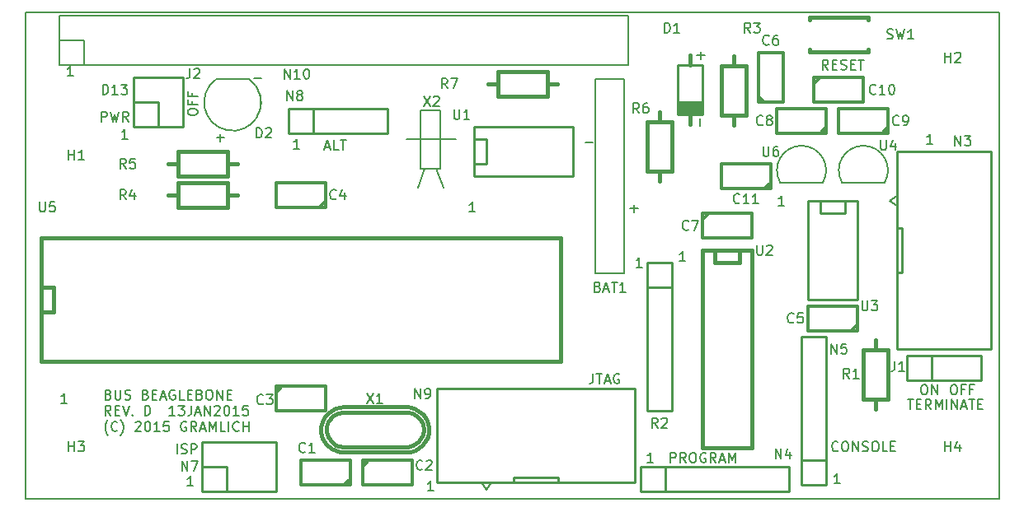
<source format=gto>
%FSLAX36Y36*%
G04 Gerber Fmt 3.6, Leading zero omitted, Abs format (unit inch)*
G04 Created by KiCad (PCBNEW (2014-jul-16 BZR unknown)-product) date Tue 13 Jan 2015 02:58:16 PM PST*
%MOIN*%
G01*
G04 APERTURE LIST*
%ADD10C,0.003937*%
%ADD11C,0.008000*%
%ADD12C,0.007874*%
%ADD13C,0.012000*%
%ADD14C,0.015000*%
%ADD15C,0.010000*%
%ADD16C,0.005906*%
G04 APERTURE END LIST*
D10*
D11*
X6199524Y-4462857D02*
X6230000Y-4462857D01*
X6382524Y-4729857D02*
X6413000Y-4729857D01*
X6397762Y-4745095D02*
X6397762Y-4714619D01*
X7503810Y-5503095D02*
X7526667Y-5503095D01*
X7515238Y-5543095D02*
X7515238Y-5503095D01*
X7540000Y-5522143D02*
X7553333Y-5522143D01*
X7559048Y-5543095D02*
X7540000Y-5543095D01*
X7540000Y-5503095D01*
X7559048Y-5503095D01*
X7599048Y-5543095D02*
X7585714Y-5524048D01*
X7576190Y-5543095D02*
X7576190Y-5503095D01*
X7591429Y-5503095D01*
X7595238Y-5505000D01*
X7597143Y-5506905D01*
X7599048Y-5510714D01*
X7599048Y-5516429D01*
X7597143Y-5520238D01*
X7595238Y-5522143D01*
X7591429Y-5524048D01*
X7576190Y-5524048D01*
X7616190Y-5543095D02*
X7616190Y-5503095D01*
X7629524Y-5531667D01*
X7642857Y-5503095D01*
X7642857Y-5543095D01*
X7661905Y-5543095D02*
X7661905Y-5503095D01*
X7680952Y-5543095D02*
X7680952Y-5503095D01*
X7703810Y-5543095D01*
X7703810Y-5503095D01*
X7720952Y-5531667D02*
X7740000Y-5531667D01*
X7717143Y-5543095D02*
X7730476Y-5503095D01*
X7743810Y-5543095D01*
X7751429Y-5503095D02*
X7774286Y-5503095D01*
X7762857Y-5543095D02*
X7762857Y-5503095D01*
X7787619Y-5522143D02*
X7800952Y-5522143D01*
X7806667Y-5543095D02*
X7787619Y-5543095D01*
X7787619Y-5503095D01*
X7806667Y-5503095D01*
X5045476Y-4488095D02*
X5022619Y-4488095D01*
X5034048Y-4488095D02*
X5034048Y-4448095D01*
X5030238Y-4453810D01*
X5026429Y-4457619D01*
X5022619Y-4459524D01*
X5147619Y-4481667D02*
X5166667Y-4481667D01*
X5143810Y-4493095D02*
X5157143Y-4453095D01*
X5170476Y-4493095D01*
X5202857Y-4493095D02*
X5183810Y-4493095D01*
X5183810Y-4453095D01*
X5210476Y-4453095D02*
X5233333Y-4453095D01*
X5221905Y-4493095D02*
X5221905Y-4453095D01*
X4593095Y-4342857D02*
X4593095Y-4335238D01*
X4595000Y-4331429D01*
X4598810Y-4327619D01*
X4606429Y-4325714D01*
X4619762Y-4325714D01*
X4627381Y-4327619D01*
X4631190Y-4331429D01*
X4633095Y-4335238D01*
X4633095Y-4342857D01*
X4631190Y-4346667D01*
X4627381Y-4350476D01*
X4619762Y-4352381D01*
X4606429Y-4352381D01*
X4598810Y-4350476D01*
X4595000Y-4346667D01*
X4593095Y-4342857D01*
X4612143Y-4295238D02*
X4612143Y-4308571D01*
X4633095Y-4308571D02*
X4593095Y-4308571D01*
X4593095Y-4289524D01*
X4612143Y-4260952D02*
X4612143Y-4274286D01*
X4633095Y-4274286D02*
X4593095Y-4274286D01*
X4593095Y-4255238D01*
X4249524Y-4268095D02*
X4249524Y-4228095D01*
X4259048Y-4228095D01*
X4264762Y-4230000D01*
X4268571Y-4233810D01*
X4270476Y-4237619D01*
X4272381Y-4245238D01*
X4272381Y-4250952D01*
X4270476Y-4258571D01*
X4268571Y-4262381D01*
X4264762Y-4266190D01*
X4259048Y-4268095D01*
X4249524Y-4268095D01*
X4310476Y-4268095D02*
X4287619Y-4268095D01*
X4299048Y-4268095D02*
X4299048Y-4228095D01*
X4295238Y-4233810D01*
X4291429Y-4237619D01*
X4287619Y-4239524D01*
X4323810Y-4228095D02*
X4348571Y-4228095D01*
X4335238Y-4243333D01*
X4340952Y-4243333D01*
X4344762Y-4245238D01*
X4346667Y-4247143D01*
X4348571Y-4250952D01*
X4348571Y-4260476D01*
X4346667Y-4264286D01*
X4344762Y-4266190D01*
X4340952Y-4268095D01*
X4329524Y-4268095D01*
X4325714Y-4266190D01*
X4323810Y-4264286D01*
X7005476Y-4718095D02*
X6982619Y-4718095D01*
X6994048Y-4718095D02*
X6994048Y-4678095D01*
X6990238Y-4683810D01*
X6986429Y-4687619D01*
X6982619Y-4689524D01*
X6430476Y-4968095D02*
X6407619Y-4968095D01*
X6419048Y-4968095D02*
X6419048Y-4928095D01*
X6415238Y-4933810D01*
X6411429Y-4937619D01*
X6407619Y-4939524D01*
X5586476Y-5873095D02*
X5563619Y-5873095D01*
X5575048Y-5873095D02*
X5575048Y-5833095D01*
X5571238Y-5838810D01*
X5567429Y-5842619D01*
X5563619Y-5844524D01*
X7605476Y-4468095D02*
X7582619Y-4468095D01*
X7594048Y-4468095D02*
X7594048Y-4428095D01*
X7590238Y-4433810D01*
X7586429Y-4437619D01*
X7582619Y-4439524D01*
X4615476Y-5853095D02*
X4592619Y-5853095D01*
X4604048Y-5853095D02*
X4604048Y-5813095D01*
X4600238Y-5818810D01*
X4596429Y-5822619D01*
X4592619Y-5824524D01*
X6475476Y-5758095D02*
X6452619Y-5758095D01*
X6464048Y-5758095D02*
X6464048Y-5718095D01*
X6460238Y-5723810D01*
X6456429Y-5727619D01*
X6452619Y-5729524D01*
X7567143Y-5443095D02*
X7574762Y-5443095D01*
X7578571Y-5445000D01*
X7582381Y-5448810D01*
X7584286Y-5456429D01*
X7584286Y-5469762D01*
X7582381Y-5477381D01*
X7578571Y-5481190D01*
X7574762Y-5483095D01*
X7567143Y-5483095D01*
X7563333Y-5481190D01*
X7559524Y-5477381D01*
X7557619Y-5469762D01*
X7557619Y-5456429D01*
X7559524Y-5448810D01*
X7563333Y-5445000D01*
X7567143Y-5443095D01*
X7601429Y-5483095D02*
X7601429Y-5443095D01*
X7624286Y-5483095D01*
X7624286Y-5443095D01*
X7687143Y-5443095D02*
X7694762Y-5443095D01*
X7698571Y-5445000D01*
X7702381Y-5448810D01*
X7704286Y-5456429D01*
X7704286Y-5469762D01*
X7702381Y-5477381D01*
X7698571Y-5481190D01*
X7694762Y-5483095D01*
X7687143Y-5483095D01*
X7683333Y-5481190D01*
X7679524Y-5477381D01*
X7677619Y-5469762D01*
X7677619Y-5456429D01*
X7679524Y-5448810D01*
X7683333Y-5445000D01*
X7687143Y-5443095D01*
X7734762Y-5462143D02*
X7721429Y-5462143D01*
X7721429Y-5483095D02*
X7721429Y-5443095D01*
X7740476Y-5443095D01*
X7769048Y-5462143D02*
X7755714Y-5462143D01*
X7755714Y-5483095D02*
X7755714Y-5443095D01*
X7774762Y-5443095D01*
X4130476Y-4193095D02*
X4107619Y-4193095D01*
X4119048Y-4193095D02*
X4119048Y-4153095D01*
X4115238Y-4158810D01*
X4111429Y-4162619D01*
X4107619Y-4164524D01*
X7230476Y-5843095D02*
X7207619Y-5843095D01*
X7219048Y-5843095D02*
X7219048Y-5803095D01*
X7215238Y-5808810D01*
X7211429Y-5812619D01*
X7207619Y-5814524D01*
X7182381Y-4168095D02*
X7169048Y-4149048D01*
X7159524Y-4168095D02*
X7159524Y-4128095D01*
X7174762Y-4128095D01*
X7178571Y-4130000D01*
X7180476Y-4131905D01*
X7182381Y-4135714D01*
X7182381Y-4141429D01*
X7180476Y-4145238D01*
X7178571Y-4147143D01*
X7174762Y-4149048D01*
X7159524Y-4149048D01*
X7199524Y-4147143D02*
X7212857Y-4147143D01*
X7218571Y-4168095D02*
X7199524Y-4168095D01*
X7199524Y-4128095D01*
X7218571Y-4128095D01*
X7233810Y-4166190D02*
X7239524Y-4168095D01*
X7249048Y-4168095D01*
X7252857Y-4166190D01*
X7254762Y-4164286D01*
X7256667Y-4160476D01*
X7256667Y-4156667D01*
X7254762Y-4152857D01*
X7252857Y-4150952D01*
X7249048Y-4149048D01*
X7241429Y-4147143D01*
X7237619Y-4145238D01*
X7235714Y-4143333D01*
X7233810Y-4139524D01*
X7233810Y-4135714D01*
X7235714Y-4131905D01*
X7237619Y-4130000D01*
X7241429Y-4128095D01*
X7250952Y-4128095D01*
X7256667Y-4130000D01*
X7273810Y-4147143D02*
X7287143Y-4147143D01*
X7292857Y-4168095D02*
X7273810Y-4168095D01*
X7273810Y-4128095D01*
X7292857Y-4128095D01*
X7304286Y-4128095D02*
X7327143Y-4128095D01*
X7315714Y-4168095D02*
X7315714Y-4128095D01*
D12*
X3937008Y-5905512D02*
X3937008Y-3937008D01*
X7874016Y-5905512D02*
X3937008Y-5905512D01*
X7874016Y-3937008D02*
X7874016Y-5905512D01*
X3937008Y-3937008D02*
X7874016Y-3937008D01*
D11*
X4244524Y-4378095D02*
X4244524Y-4338095D01*
X4259762Y-4338095D01*
X4263571Y-4340000D01*
X4265476Y-4341905D01*
X4267381Y-4345714D01*
X4267381Y-4351429D01*
X4265476Y-4355238D01*
X4263571Y-4357143D01*
X4259762Y-4359048D01*
X4244524Y-4359048D01*
X4280714Y-4338095D02*
X4290238Y-4378095D01*
X4297857Y-4349524D01*
X4305476Y-4378095D01*
X4315000Y-4338095D01*
X4353095Y-4378095D02*
X4339762Y-4359048D01*
X4330238Y-4378095D02*
X4330238Y-4338095D01*
X4345476Y-4338095D01*
X4349286Y-4340000D01*
X4351190Y-4341905D01*
X4353095Y-4345714D01*
X4353095Y-4351429D01*
X4351190Y-4355238D01*
X4349286Y-4357143D01*
X4345476Y-4359048D01*
X4330238Y-4359048D01*
X7222381Y-5709286D02*
X7220476Y-5711190D01*
X7214762Y-5713095D01*
X7210952Y-5713095D01*
X7205238Y-5711190D01*
X7201429Y-5707381D01*
X7199524Y-5703571D01*
X7197619Y-5695952D01*
X7197619Y-5690238D01*
X7199524Y-5682619D01*
X7201429Y-5678810D01*
X7205238Y-5675000D01*
X7210952Y-5673095D01*
X7214762Y-5673095D01*
X7220476Y-5675000D01*
X7222381Y-5676905D01*
X7247143Y-5673095D02*
X7254762Y-5673095D01*
X7258571Y-5675000D01*
X7262381Y-5678810D01*
X7264286Y-5686429D01*
X7264286Y-5699762D01*
X7262381Y-5707381D01*
X7258571Y-5711190D01*
X7254762Y-5713095D01*
X7247143Y-5713095D01*
X7243333Y-5711190D01*
X7239524Y-5707381D01*
X7237619Y-5699762D01*
X7237619Y-5686429D01*
X7239524Y-5678810D01*
X7243333Y-5675000D01*
X7247143Y-5673095D01*
X7281429Y-5713095D02*
X7281429Y-5673095D01*
X7304286Y-5713095D01*
X7304286Y-5673095D01*
X7321429Y-5711190D02*
X7327143Y-5713095D01*
X7336667Y-5713095D01*
X7340476Y-5711190D01*
X7342381Y-5709286D01*
X7344286Y-5705476D01*
X7344286Y-5701667D01*
X7342381Y-5697857D01*
X7340476Y-5695952D01*
X7336667Y-5694048D01*
X7329048Y-5692143D01*
X7325238Y-5690238D01*
X7323333Y-5688333D01*
X7321429Y-5684524D01*
X7321429Y-5680714D01*
X7323333Y-5676905D01*
X7325238Y-5675000D01*
X7329048Y-5673095D01*
X7338571Y-5673095D01*
X7344286Y-5675000D01*
X7369048Y-5673095D02*
X7376667Y-5673095D01*
X7380476Y-5675000D01*
X7384286Y-5678810D01*
X7386190Y-5686429D01*
X7386190Y-5699762D01*
X7384286Y-5707381D01*
X7380476Y-5711190D01*
X7376667Y-5713095D01*
X7369048Y-5713095D01*
X7365238Y-5711190D01*
X7361429Y-5707381D01*
X7359524Y-5699762D01*
X7359524Y-5686429D01*
X7361429Y-5678810D01*
X7365238Y-5675000D01*
X7369048Y-5673095D01*
X7422381Y-5713095D02*
X7403333Y-5713095D01*
X7403333Y-5673095D01*
X7435714Y-5692143D02*
X7449048Y-5692143D01*
X7454762Y-5713095D02*
X7435714Y-5713095D01*
X7435714Y-5673095D01*
X7454762Y-5673095D01*
X4549524Y-5723095D02*
X4549524Y-5683095D01*
X4566667Y-5721190D02*
X4572381Y-5723095D01*
X4581905Y-5723095D01*
X4585714Y-5721190D01*
X4587619Y-5719286D01*
X4589524Y-5715476D01*
X4589524Y-5711667D01*
X4587619Y-5707857D01*
X4585714Y-5705952D01*
X4581905Y-5704048D01*
X4574286Y-5702143D01*
X4570476Y-5700238D01*
X4568571Y-5698333D01*
X4566667Y-5694524D01*
X4566667Y-5690714D01*
X4568571Y-5686905D01*
X4570476Y-5685000D01*
X4574286Y-5683095D01*
X4583810Y-5683095D01*
X4589524Y-5685000D01*
X4606667Y-5723095D02*
X4606667Y-5683095D01*
X4621905Y-5683095D01*
X4625714Y-5685000D01*
X4627619Y-5686905D01*
X4629524Y-5690714D01*
X4629524Y-5696429D01*
X4627619Y-5700238D01*
X4625714Y-5702143D01*
X4621905Y-5704048D01*
X4606667Y-5704048D01*
X6232452Y-5399095D02*
X6232452Y-5427667D01*
X6230548Y-5433381D01*
X6226738Y-5437190D01*
X6221024Y-5439095D01*
X6217214Y-5439095D01*
X6245786Y-5399095D02*
X6268643Y-5399095D01*
X6257214Y-5439095D02*
X6257214Y-5399095D01*
X6280071Y-5427667D02*
X6299119Y-5427667D01*
X6276262Y-5439095D02*
X6289595Y-5399095D01*
X6302929Y-5439095D01*
X6337214Y-5401000D02*
X6333405Y-5399095D01*
X6327690Y-5399095D01*
X6321976Y-5401000D01*
X6318167Y-5404810D01*
X6316262Y-5408619D01*
X6314357Y-5416238D01*
X6314357Y-5421952D01*
X6316262Y-5429571D01*
X6318167Y-5433381D01*
X6321976Y-5437190D01*
X6327690Y-5439095D01*
X6331500Y-5439095D01*
X6337214Y-5437190D01*
X6339119Y-5435286D01*
X6339119Y-5421952D01*
X6331500Y-5421952D01*
X5755476Y-4743095D02*
X5732619Y-4743095D01*
X5744048Y-4743095D02*
X5744048Y-4703095D01*
X5740238Y-4708810D01*
X5736429Y-4712619D01*
X5732619Y-4714524D01*
X4350476Y-4448095D02*
X4327619Y-4448095D01*
X4339048Y-4448095D02*
X4339048Y-4408095D01*
X4335238Y-4413810D01*
X4331429Y-4417619D01*
X4327619Y-4419524D01*
X6605476Y-4943095D02*
X6582619Y-4943095D01*
X6594048Y-4943095D02*
X6594048Y-4903095D01*
X6590238Y-4908810D01*
X6586429Y-4912619D01*
X6582619Y-4914524D01*
X4105476Y-5518095D02*
X4082619Y-5518095D01*
X4094048Y-5518095D02*
X4094048Y-5478095D01*
X4090238Y-5483810D01*
X4086429Y-5487619D01*
X4082619Y-5489524D01*
X6544524Y-5759095D02*
X6544524Y-5719095D01*
X6559762Y-5719095D01*
X6563571Y-5721000D01*
X6565476Y-5722905D01*
X6567381Y-5726714D01*
X6567381Y-5732429D01*
X6565476Y-5736238D01*
X6563571Y-5738143D01*
X6559762Y-5740048D01*
X6544524Y-5740048D01*
X6607381Y-5759095D02*
X6594048Y-5740048D01*
X6584524Y-5759095D02*
X6584524Y-5719095D01*
X6599762Y-5719095D01*
X6603571Y-5721000D01*
X6605476Y-5722905D01*
X6607381Y-5726714D01*
X6607381Y-5732429D01*
X6605476Y-5736238D01*
X6603571Y-5738143D01*
X6599762Y-5740048D01*
X6584524Y-5740048D01*
X6632143Y-5719095D02*
X6639762Y-5719095D01*
X6643571Y-5721000D01*
X6647381Y-5724810D01*
X6649286Y-5732429D01*
X6649286Y-5745762D01*
X6647381Y-5753381D01*
X6643571Y-5757190D01*
X6639762Y-5759095D01*
X6632143Y-5759095D01*
X6628333Y-5757190D01*
X6624524Y-5753381D01*
X6622619Y-5745762D01*
X6622619Y-5732429D01*
X6624524Y-5724810D01*
X6628333Y-5721000D01*
X6632143Y-5719095D01*
X6687381Y-5721000D02*
X6683571Y-5719095D01*
X6677857Y-5719095D01*
X6672143Y-5721000D01*
X6668333Y-5724810D01*
X6666429Y-5728619D01*
X6664524Y-5736238D01*
X6664524Y-5741952D01*
X6666429Y-5749571D01*
X6668333Y-5753381D01*
X6672143Y-5757190D01*
X6677857Y-5759095D01*
X6681667Y-5759095D01*
X6687381Y-5757190D01*
X6689286Y-5755286D01*
X6689286Y-5741952D01*
X6681667Y-5741952D01*
X6729286Y-5759095D02*
X6715952Y-5740048D01*
X6706429Y-5759095D02*
X6706429Y-5719095D01*
X6721667Y-5719095D01*
X6725476Y-5721000D01*
X6727381Y-5722905D01*
X6729286Y-5726714D01*
X6729286Y-5732429D01*
X6727381Y-5736238D01*
X6725476Y-5738143D01*
X6721667Y-5740048D01*
X6706429Y-5740048D01*
X6744524Y-5747667D02*
X6763571Y-5747667D01*
X6740714Y-5759095D02*
X6754048Y-5719095D01*
X6767381Y-5759095D01*
X6780714Y-5759095D02*
X6780714Y-5719095D01*
X6794048Y-5747667D01*
X6807381Y-5719095D01*
X6807381Y-5759095D01*
X4272857Y-5483143D02*
X4278571Y-5485048D01*
X4280476Y-5486952D01*
X4282381Y-5490762D01*
X4282381Y-5496476D01*
X4280476Y-5500286D01*
X4278571Y-5502190D01*
X4274762Y-5504095D01*
X4259524Y-5504095D01*
X4259524Y-5464095D01*
X4272857Y-5464095D01*
X4276667Y-5466000D01*
X4278571Y-5467905D01*
X4280476Y-5471714D01*
X4280476Y-5475524D01*
X4278571Y-5479333D01*
X4276667Y-5481238D01*
X4272857Y-5483143D01*
X4259524Y-5483143D01*
X4299524Y-5464095D02*
X4299524Y-5496476D01*
X4301429Y-5500286D01*
X4303333Y-5502190D01*
X4307143Y-5504095D01*
X4314762Y-5504095D01*
X4318571Y-5502190D01*
X4320476Y-5500286D01*
X4322381Y-5496476D01*
X4322381Y-5464095D01*
X4339524Y-5502190D02*
X4345238Y-5504095D01*
X4354762Y-5504095D01*
X4358571Y-5502190D01*
X4360476Y-5500286D01*
X4362381Y-5496476D01*
X4362381Y-5492667D01*
X4360476Y-5488857D01*
X4358571Y-5486952D01*
X4354762Y-5485048D01*
X4347143Y-5483143D01*
X4343333Y-5481238D01*
X4341429Y-5479333D01*
X4339524Y-5475524D01*
X4339524Y-5471714D01*
X4341429Y-5467905D01*
X4343333Y-5466000D01*
X4347143Y-5464095D01*
X4356667Y-5464095D01*
X4362381Y-5466000D01*
X4423333Y-5483143D02*
X4429048Y-5485048D01*
X4430952Y-5486952D01*
X4432857Y-5490762D01*
X4432857Y-5496476D01*
X4430952Y-5500286D01*
X4429048Y-5502190D01*
X4425238Y-5504095D01*
X4410000Y-5504095D01*
X4410000Y-5464095D01*
X4423333Y-5464095D01*
X4427143Y-5466000D01*
X4429048Y-5467905D01*
X4430952Y-5471714D01*
X4430952Y-5475524D01*
X4429048Y-5479333D01*
X4427143Y-5481238D01*
X4423333Y-5483143D01*
X4410000Y-5483143D01*
X4450000Y-5483143D02*
X4463333Y-5483143D01*
X4469048Y-5504095D02*
X4450000Y-5504095D01*
X4450000Y-5464095D01*
X4469048Y-5464095D01*
X4484286Y-5492667D02*
X4503333Y-5492667D01*
X4480476Y-5504095D02*
X4493810Y-5464095D01*
X4507143Y-5504095D01*
X4541429Y-5466000D02*
X4537619Y-5464095D01*
X4531905Y-5464095D01*
X4526190Y-5466000D01*
X4522381Y-5469810D01*
X4520476Y-5473619D01*
X4518571Y-5481238D01*
X4518571Y-5486952D01*
X4520476Y-5494571D01*
X4522381Y-5498381D01*
X4526190Y-5502190D01*
X4531905Y-5504095D01*
X4535714Y-5504095D01*
X4541429Y-5502190D01*
X4543333Y-5500286D01*
X4543333Y-5486952D01*
X4535714Y-5486952D01*
X4579524Y-5504095D02*
X4560476Y-5504095D01*
X4560476Y-5464095D01*
X4592857Y-5483143D02*
X4606190Y-5483143D01*
X4611905Y-5504095D02*
X4592857Y-5504095D01*
X4592857Y-5464095D01*
X4611905Y-5464095D01*
X4642381Y-5483143D02*
X4648095Y-5485048D01*
X4650000Y-5486952D01*
X4651905Y-5490762D01*
X4651905Y-5496476D01*
X4650000Y-5500286D01*
X4648095Y-5502190D01*
X4644286Y-5504095D01*
X4629048Y-5504095D01*
X4629048Y-5464095D01*
X4642381Y-5464095D01*
X4646190Y-5466000D01*
X4648095Y-5467905D01*
X4650000Y-5471714D01*
X4650000Y-5475524D01*
X4648095Y-5479333D01*
X4646190Y-5481238D01*
X4642381Y-5483143D01*
X4629048Y-5483143D01*
X4676667Y-5464095D02*
X4684286Y-5464095D01*
X4688095Y-5466000D01*
X4691905Y-5469810D01*
X4693809Y-5477429D01*
X4693809Y-5490762D01*
X4691905Y-5498381D01*
X4688095Y-5502190D01*
X4684286Y-5504095D01*
X4676667Y-5504095D01*
X4672857Y-5502190D01*
X4669048Y-5498381D01*
X4667143Y-5490762D01*
X4667143Y-5477429D01*
X4669048Y-5469810D01*
X4672857Y-5466000D01*
X4676667Y-5464095D01*
X4710952Y-5504095D02*
X4710952Y-5464095D01*
X4733809Y-5504095D01*
X4733809Y-5464095D01*
X4752857Y-5483143D02*
X4766190Y-5483143D01*
X4771905Y-5504095D02*
X4752857Y-5504095D01*
X4752857Y-5464095D01*
X4771905Y-5464095D01*
X4282381Y-5568095D02*
X4269048Y-5549048D01*
X4259524Y-5568095D02*
X4259524Y-5528095D01*
X4274762Y-5528095D01*
X4278571Y-5530000D01*
X4280476Y-5531905D01*
X4282381Y-5535714D01*
X4282381Y-5541429D01*
X4280476Y-5545238D01*
X4278571Y-5547143D01*
X4274762Y-5549048D01*
X4259524Y-5549048D01*
X4299524Y-5547143D02*
X4312857Y-5547143D01*
X4318571Y-5568095D02*
X4299524Y-5568095D01*
X4299524Y-5528095D01*
X4318571Y-5528095D01*
X4330000Y-5528095D02*
X4343333Y-5568095D01*
X4356667Y-5528095D01*
X4370000Y-5564286D02*
X4371905Y-5566190D01*
X4370000Y-5568095D01*
X4368095Y-5566190D01*
X4370000Y-5564286D01*
X4370000Y-5568095D01*
X4419524Y-5568095D02*
X4419524Y-5528095D01*
X4429048Y-5528095D01*
X4434762Y-5530000D01*
X4438571Y-5533810D01*
X4440476Y-5537619D01*
X4442381Y-5545238D01*
X4442381Y-5550952D01*
X4440476Y-5558571D01*
X4438571Y-5562381D01*
X4434762Y-5566190D01*
X4429048Y-5568095D01*
X4419524Y-5568095D01*
X4541429Y-5568095D02*
X4518571Y-5568095D01*
X4530000Y-5568095D02*
X4530000Y-5528095D01*
X4526190Y-5533810D01*
X4522381Y-5537619D01*
X4518571Y-5539524D01*
X4554762Y-5528095D02*
X4579524Y-5528095D01*
X4566190Y-5543333D01*
X4571905Y-5543333D01*
X4575714Y-5545238D01*
X4577619Y-5547143D01*
X4579524Y-5550952D01*
X4579524Y-5560476D01*
X4577619Y-5564286D01*
X4575714Y-5566190D01*
X4571905Y-5568095D01*
X4560476Y-5568095D01*
X4556667Y-5566190D01*
X4554762Y-5564286D01*
X4608095Y-5528095D02*
X4608095Y-5556667D01*
X4606190Y-5562381D01*
X4602381Y-5566190D01*
X4596667Y-5568095D01*
X4592857Y-5568095D01*
X4625238Y-5556667D02*
X4644286Y-5556667D01*
X4621429Y-5568095D02*
X4634762Y-5528095D01*
X4648095Y-5568095D01*
X4661429Y-5568095D02*
X4661429Y-5528095D01*
X4684286Y-5568095D01*
X4684286Y-5528095D01*
X4701429Y-5531905D02*
X4703333Y-5530000D01*
X4707143Y-5528095D01*
X4716667Y-5528095D01*
X4720476Y-5530000D01*
X4722381Y-5531905D01*
X4724286Y-5535714D01*
X4724286Y-5539524D01*
X4722381Y-5545238D01*
X4699524Y-5568095D01*
X4724286Y-5568095D01*
X4749048Y-5528095D02*
X4752857Y-5528095D01*
X4756667Y-5530000D01*
X4758571Y-5531905D01*
X4760476Y-5535714D01*
X4762381Y-5543333D01*
X4762381Y-5552857D01*
X4760476Y-5560476D01*
X4758571Y-5564286D01*
X4756667Y-5566190D01*
X4752857Y-5568095D01*
X4749048Y-5568095D01*
X4745238Y-5566190D01*
X4743333Y-5564286D01*
X4741429Y-5560476D01*
X4739524Y-5552857D01*
X4739524Y-5543333D01*
X4741429Y-5535714D01*
X4743333Y-5531905D01*
X4745238Y-5530000D01*
X4749048Y-5528095D01*
X4800476Y-5568095D02*
X4777619Y-5568095D01*
X4789048Y-5568095D02*
X4789048Y-5528095D01*
X4785238Y-5533810D01*
X4781429Y-5537619D01*
X4777619Y-5539524D01*
X4836667Y-5528095D02*
X4817619Y-5528095D01*
X4815714Y-5547143D01*
X4817619Y-5545238D01*
X4821429Y-5543333D01*
X4830952Y-5543333D01*
X4834762Y-5545238D01*
X4836667Y-5547143D01*
X4838571Y-5550952D01*
X4838571Y-5560476D01*
X4836667Y-5564286D01*
X4834762Y-5566190D01*
X4830952Y-5568095D01*
X4821429Y-5568095D01*
X4817619Y-5566190D01*
X4815714Y-5564286D01*
X4270952Y-5647333D02*
X4269048Y-5645429D01*
X4265238Y-5639714D01*
X4263333Y-5635905D01*
X4261429Y-5630190D01*
X4259524Y-5620667D01*
X4259524Y-5613048D01*
X4261429Y-5603524D01*
X4263333Y-5597810D01*
X4265238Y-5594000D01*
X4269048Y-5588286D01*
X4270952Y-5586381D01*
X4309048Y-5628286D02*
X4307143Y-5630190D01*
X4301429Y-5632095D01*
X4297619Y-5632095D01*
X4291905Y-5630190D01*
X4288095Y-5626381D01*
X4286190Y-5622571D01*
X4284286Y-5614952D01*
X4284286Y-5609238D01*
X4286190Y-5601619D01*
X4288095Y-5597810D01*
X4291905Y-5594000D01*
X4297619Y-5592095D01*
X4301429Y-5592095D01*
X4307143Y-5594000D01*
X4309048Y-5595905D01*
X4322381Y-5647333D02*
X4324286Y-5645429D01*
X4328095Y-5639714D01*
X4330000Y-5635905D01*
X4331905Y-5630190D01*
X4333810Y-5620667D01*
X4333810Y-5613048D01*
X4331905Y-5603524D01*
X4330000Y-5597810D01*
X4328095Y-5594000D01*
X4324286Y-5588286D01*
X4322381Y-5586381D01*
X4381429Y-5595905D02*
X4383333Y-5594000D01*
X4387143Y-5592095D01*
X4396667Y-5592095D01*
X4400476Y-5594000D01*
X4402381Y-5595905D01*
X4404286Y-5599714D01*
X4404286Y-5603524D01*
X4402381Y-5609238D01*
X4379524Y-5632095D01*
X4404286Y-5632095D01*
X4429048Y-5592095D02*
X4432857Y-5592095D01*
X4436667Y-5594000D01*
X4438571Y-5595905D01*
X4440476Y-5599714D01*
X4442381Y-5607333D01*
X4442381Y-5616857D01*
X4440476Y-5624476D01*
X4438571Y-5628286D01*
X4436667Y-5630190D01*
X4432857Y-5632095D01*
X4429048Y-5632095D01*
X4425238Y-5630190D01*
X4423333Y-5628286D01*
X4421429Y-5624476D01*
X4419524Y-5616857D01*
X4419524Y-5607333D01*
X4421429Y-5599714D01*
X4423333Y-5595905D01*
X4425238Y-5594000D01*
X4429048Y-5592095D01*
X4480476Y-5632095D02*
X4457619Y-5632095D01*
X4469048Y-5632095D02*
X4469048Y-5592095D01*
X4465238Y-5597810D01*
X4461429Y-5601619D01*
X4457619Y-5603524D01*
X4516667Y-5592095D02*
X4497619Y-5592095D01*
X4495714Y-5611143D01*
X4497619Y-5609238D01*
X4501429Y-5607333D01*
X4510952Y-5607333D01*
X4514762Y-5609238D01*
X4516667Y-5611143D01*
X4518571Y-5614952D01*
X4518571Y-5624476D01*
X4516667Y-5628286D01*
X4514762Y-5630190D01*
X4510952Y-5632095D01*
X4501429Y-5632095D01*
X4497619Y-5630190D01*
X4495714Y-5628286D01*
X4587143Y-5594000D02*
X4583333Y-5592095D01*
X4577619Y-5592095D01*
X4571905Y-5594000D01*
X4568095Y-5597810D01*
X4566190Y-5601619D01*
X4564286Y-5609238D01*
X4564286Y-5614952D01*
X4566190Y-5622571D01*
X4568095Y-5626381D01*
X4571905Y-5630190D01*
X4577619Y-5632095D01*
X4581429Y-5632095D01*
X4587143Y-5630190D01*
X4589048Y-5628286D01*
X4589048Y-5614952D01*
X4581429Y-5614952D01*
X4629048Y-5632095D02*
X4615714Y-5613048D01*
X4606190Y-5632095D02*
X4606190Y-5592095D01*
X4621429Y-5592095D01*
X4625238Y-5594000D01*
X4627143Y-5595905D01*
X4629048Y-5599714D01*
X4629048Y-5605429D01*
X4627143Y-5609238D01*
X4625238Y-5611143D01*
X4621429Y-5613048D01*
X4606190Y-5613048D01*
X4644286Y-5620667D02*
X4663333Y-5620667D01*
X4640476Y-5632095D02*
X4653809Y-5592095D01*
X4667143Y-5632095D01*
X4680476Y-5632095D02*
X4680476Y-5592095D01*
X4693809Y-5620667D01*
X4707143Y-5592095D01*
X4707143Y-5632095D01*
X4745238Y-5632095D02*
X4726190Y-5632095D01*
X4726190Y-5592095D01*
X4758571Y-5632095D02*
X4758571Y-5592095D01*
X4800476Y-5628286D02*
X4798571Y-5630190D01*
X4792857Y-5632095D01*
X4789048Y-5632095D01*
X4783333Y-5630190D01*
X4779524Y-5626381D01*
X4777619Y-5622571D01*
X4775714Y-5614952D01*
X4775714Y-5609238D01*
X4777619Y-5601619D01*
X4779524Y-5597810D01*
X4783333Y-5594000D01*
X4789048Y-5592095D01*
X4792857Y-5592095D01*
X4798571Y-5594000D01*
X4800476Y-5595905D01*
X4817619Y-5632095D02*
X4817619Y-5592095D01*
X4817619Y-5611143D02*
X4840476Y-5611143D01*
X4840476Y-5632095D02*
X4840476Y-5592095D01*
D13*
X5248000Y-5850000D02*
X5050000Y-5850000D01*
X5050000Y-5850000D02*
X5050000Y-5750000D01*
X5050000Y-5750000D02*
X5250000Y-5750000D01*
X5250000Y-5750000D02*
X5250000Y-5850000D01*
X5250000Y-5825000D02*
X5225000Y-5850000D01*
X5302000Y-5750000D02*
X5500000Y-5750000D01*
X5500000Y-5750000D02*
X5500000Y-5850000D01*
X5500000Y-5850000D02*
X5300000Y-5850000D01*
X5300000Y-5850000D02*
X5300000Y-5750000D01*
X5300000Y-5775000D02*
X5325000Y-5750000D01*
X4952000Y-5450000D02*
X5150000Y-5450000D01*
X5150000Y-5450000D02*
X5150000Y-5550000D01*
X5150000Y-5550000D02*
X4950000Y-5550000D01*
X4950000Y-5550000D02*
X4950000Y-5450000D01*
X4950000Y-5475000D02*
X4975000Y-5450000D01*
X5148000Y-4725000D02*
X4950000Y-4725000D01*
X4950000Y-4725000D02*
X4950000Y-4625000D01*
X4950000Y-4625000D02*
X5150000Y-4625000D01*
X5150000Y-4625000D02*
X5150000Y-4725000D01*
X5150000Y-4700000D02*
X5125000Y-4725000D01*
X7298000Y-5225000D02*
X7100000Y-5225000D01*
X7100000Y-5225000D02*
X7100000Y-5125000D01*
X7100000Y-5125000D02*
X7300000Y-5125000D01*
X7300000Y-5125000D02*
X7300000Y-5225000D01*
X7300000Y-5200000D02*
X7275000Y-5225000D01*
X6900000Y-4298000D02*
X6900000Y-4100000D01*
X6900000Y-4100000D02*
X7000000Y-4100000D01*
X7000000Y-4100000D02*
X7000000Y-4300000D01*
X7000000Y-4300000D02*
X6900000Y-4300000D01*
X6925000Y-4300000D02*
X6900000Y-4275000D01*
X6677000Y-4750000D02*
X6875000Y-4750000D01*
X6875000Y-4750000D02*
X6875000Y-4850000D01*
X6875000Y-4850000D02*
X6675000Y-4850000D01*
X6675000Y-4850000D02*
X6675000Y-4750000D01*
X6675000Y-4775000D02*
X6700000Y-4750000D01*
X7173000Y-4425000D02*
X6975000Y-4425000D01*
X6975000Y-4425000D02*
X6975000Y-4325000D01*
X6975000Y-4325000D02*
X7175000Y-4325000D01*
X7175000Y-4325000D02*
X7175000Y-4425000D01*
X7175000Y-4400000D02*
X7150000Y-4425000D01*
D14*
X6625000Y-4150000D02*
X6625000Y-4110000D01*
X6625000Y-4340000D02*
X6625000Y-4390000D01*
D15*
X6675000Y-4330000D02*
X6575000Y-4330000D01*
X6675000Y-4320000D02*
X6575000Y-4320000D01*
X6675000Y-4310000D02*
X6575000Y-4310000D01*
X6675000Y-4340000D02*
X6575000Y-4340000D01*
X6675000Y-4300000D02*
X6575000Y-4350000D01*
X6675000Y-4350000D02*
X6575000Y-4300000D01*
X6675000Y-4300000D02*
X6575000Y-4300000D01*
X6675000Y-4325000D02*
X6575000Y-4325000D01*
X6575000Y-4350000D02*
X6675000Y-4350000D01*
X6675000Y-4350000D02*
X6675000Y-4150000D01*
X6675000Y-4150000D02*
X6575000Y-4150000D01*
X6575000Y-4150000D02*
X6575000Y-4350000D01*
D16*
X4870000Y-4365000D02*
G75*
G03X4840000Y-4205000I-95000J65000D01*
G74*
G01*
X4840000Y-4205000D02*
X4710000Y-4205000D01*
X4710000Y-4205000D02*
G75*
G03X4870000Y-4235000I65000J-95000D01*
G74*
G01*
D15*
X7600000Y-5425000D02*
X7800000Y-5425000D01*
X7800000Y-5425000D02*
X7800000Y-5325000D01*
X7800000Y-5325000D02*
X7600000Y-5325000D01*
X7500000Y-5325000D02*
X7600000Y-5325000D01*
X7600000Y-5325000D02*
X7600000Y-5425000D01*
X7500000Y-5325000D02*
X7500000Y-5425000D01*
X7500000Y-5425000D02*
X7600000Y-5425000D01*
X4375000Y-4300000D02*
X4375000Y-4400000D01*
X4375000Y-4400000D02*
X4475000Y-4400000D01*
X4475000Y-4400000D02*
X4475000Y-4300000D01*
X4475000Y-4300000D02*
X4375000Y-4300000D01*
X4375000Y-4300000D02*
X4375000Y-4200000D01*
X4375000Y-4200000D02*
X4575000Y-4200000D01*
X4575000Y-4200000D02*
X4575000Y-4400000D01*
X4575000Y-4400000D02*
X4475000Y-4400000D01*
D16*
X7430000Y-4700000D02*
X7460000Y-4680000D01*
X7430000Y-4700000D02*
X7460000Y-4720000D01*
D15*
X7460000Y-4990000D02*
X7480000Y-4990000D01*
X7480000Y-4990000D02*
X7480000Y-4810000D01*
X7480000Y-4810000D02*
X7460000Y-4810000D01*
X7840000Y-4500000D02*
X7840000Y-5300000D01*
X7840000Y-5300000D02*
X7460000Y-5300000D01*
X7460000Y-5300000D02*
X7460000Y-4500000D01*
X7460000Y-4500000D02*
X7840000Y-4500000D01*
X6525000Y-5775000D02*
X7025000Y-5775000D01*
X7025000Y-5775000D02*
X7025000Y-5875000D01*
X7025000Y-5875000D02*
X6525000Y-5875000D01*
X6425000Y-5775000D02*
X6525000Y-5775000D01*
X6525000Y-5775000D02*
X6525000Y-5875000D01*
X6425000Y-5775000D02*
X6425000Y-5875000D01*
X6425000Y-5875000D02*
X6525000Y-5875000D01*
X7075000Y-5750000D02*
X7075000Y-5250000D01*
X7075000Y-5250000D02*
X7175000Y-5250000D01*
X7175000Y-5250000D02*
X7175000Y-5750000D01*
X7075000Y-5850000D02*
X7075000Y-5750000D01*
X7075000Y-5750000D02*
X7175000Y-5750000D01*
X7075000Y-5850000D02*
X7175000Y-5850000D01*
X7175000Y-5850000D02*
X7175000Y-5750000D01*
X4650000Y-5775000D02*
X4750000Y-5775000D01*
X4750000Y-5775000D02*
X4750000Y-5875000D01*
X4650000Y-5875000D02*
X4950000Y-5875000D01*
X4950000Y-5875000D02*
X4950000Y-5675000D01*
X4950000Y-5675000D02*
X4750000Y-5675000D01*
X4650000Y-5875000D02*
X4650000Y-5775000D01*
X4650000Y-5675000D02*
X4650000Y-5775000D01*
X4750000Y-5675000D02*
X4650000Y-5675000D01*
X5100000Y-4425000D02*
X5400000Y-4425000D01*
X5100000Y-4325000D02*
X5400000Y-4325000D01*
X5000000Y-4325000D02*
X5100000Y-4325000D01*
X5400000Y-4425000D02*
X5400000Y-4325000D01*
X5100000Y-4325000D02*
X5100000Y-4425000D01*
X5000000Y-4325000D02*
X5000000Y-4425000D01*
X5000000Y-4425000D02*
X5100000Y-4425000D01*
D16*
X5800000Y-5870000D02*
X5780000Y-5840000D01*
X5800000Y-5870000D02*
X5820000Y-5840000D01*
D15*
X6090000Y-5840000D02*
X6090000Y-5820000D01*
X6090000Y-5820000D02*
X5910000Y-5820000D01*
X5910000Y-5820000D02*
X5910000Y-5840000D01*
X5600000Y-5460000D02*
X6400000Y-5460000D01*
X6400000Y-5460000D02*
X6400000Y-5840000D01*
X6400000Y-5840000D02*
X5600000Y-5840000D01*
X5600000Y-5840000D02*
X5600000Y-5460000D01*
D16*
X6375000Y-3950000D02*
X4075000Y-3950000D01*
X6375000Y-4150000D02*
X4175000Y-4150000D01*
X6375000Y-3950000D02*
X6375000Y-4150000D01*
X4075000Y-3950000D02*
X4075000Y-4050000D01*
X4075000Y-4150000D02*
X4175000Y-4150000D01*
X4075000Y-4050000D02*
X4175000Y-4050000D01*
X4175000Y-4050000D02*
X4175000Y-4150000D01*
X4075000Y-4150000D02*
X4075000Y-4050000D01*
D14*
X6800000Y-4153100D02*
X6800000Y-4113100D01*
X6800000Y-4353100D02*
X6800000Y-4393100D01*
X6850000Y-4153100D02*
X6850000Y-4353100D01*
X6850000Y-4353100D02*
X6750000Y-4353100D01*
X6750000Y-4353100D02*
X6750000Y-4153100D01*
X6750000Y-4153100D02*
X6850000Y-4153100D01*
X4553100Y-4675000D02*
X4513100Y-4675000D01*
X4753100Y-4675000D02*
X4793100Y-4675000D01*
X4553100Y-4625000D02*
X4753100Y-4625000D01*
X4753100Y-4625000D02*
X4753100Y-4725000D01*
X4753100Y-4725000D02*
X4553100Y-4725000D01*
X4553100Y-4725000D02*
X4553100Y-4625000D01*
X4553100Y-4550000D02*
X4513100Y-4550000D01*
X4753100Y-4550000D02*
X4793100Y-4550000D01*
X4553100Y-4500000D02*
X4753100Y-4500000D01*
X4753100Y-4500000D02*
X4753100Y-4600000D01*
X4753100Y-4600000D02*
X4553100Y-4600000D01*
X4553100Y-4600000D02*
X4553100Y-4500000D01*
X6500000Y-4378100D02*
X6500000Y-4338100D01*
X6500000Y-4578100D02*
X6500000Y-4618100D01*
X6550000Y-4378100D02*
X6550000Y-4578100D01*
X6550000Y-4578100D02*
X6450000Y-4578100D01*
X6450000Y-4578100D02*
X6450000Y-4378100D01*
X6450000Y-4378100D02*
X6550000Y-4378100D01*
X7106900Y-3956100D02*
X7106900Y-3965900D01*
X7343100Y-3956100D02*
X7343100Y-3965900D01*
X7106900Y-4093900D02*
X7106900Y-4084100D01*
X7343100Y-4093900D02*
X7343100Y-4084100D01*
X7343100Y-3956100D02*
X7106900Y-3956100D01*
X7343100Y-4093900D02*
X7106900Y-4093900D01*
X5535000Y-5585600D02*
X5542900Y-5601400D01*
X5542900Y-5601400D02*
X5546900Y-5625000D01*
X5546900Y-5625000D02*
X5542900Y-5644700D01*
X5542900Y-5644700D02*
X5527200Y-5672200D01*
X5527200Y-5672200D02*
X5503500Y-5688000D01*
X5503500Y-5688000D02*
X5479900Y-5695900D01*
X5479900Y-5695900D02*
X5220100Y-5695900D01*
X5220100Y-5695900D02*
X5192500Y-5688000D01*
X5192500Y-5688000D02*
X5176800Y-5676200D01*
X5176800Y-5676200D02*
X5161000Y-5656500D01*
X5161000Y-5656500D02*
X5153100Y-5632900D01*
X5153100Y-5632900D02*
X5153100Y-5613200D01*
X5153100Y-5613200D02*
X5161000Y-5593500D01*
X5161000Y-5593500D02*
X5180700Y-5569900D01*
X5180700Y-5569900D02*
X5200400Y-5558100D01*
X5200400Y-5558100D02*
X5220100Y-5554100D01*
X5224000Y-5554100D02*
X5483900Y-5554100D01*
X5483900Y-5554100D02*
X5499600Y-5558100D01*
X5499600Y-5558100D02*
X5519300Y-5569900D01*
X5519300Y-5569900D02*
X5539000Y-5589600D01*
X5224400Y-5533300D02*
X5206300Y-5535200D01*
X5206300Y-5535200D02*
X5190600Y-5539600D01*
X5190600Y-5539600D02*
X5173600Y-5548200D01*
X5173600Y-5548200D02*
X5162200Y-5557300D01*
X5162200Y-5557300D02*
X5149200Y-5571100D01*
X5149200Y-5571100D02*
X5137800Y-5592300D01*
X5137800Y-5592300D02*
X5132700Y-5615900D01*
X5132700Y-5615900D02*
X5132700Y-5636000D01*
X5132700Y-5636000D02*
X5139400Y-5663600D01*
X5139400Y-5663600D02*
X5155100Y-5686800D01*
X5155100Y-5686800D02*
X5173200Y-5701400D01*
X5173200Y-5701400D02*
X5189800Y-5709600D01*
X5189800Y-5709600D02*
X5207500Y-5715900D01*
X5207500Y-5715900D02*
X5224800Y-5717100D01*
X5513800Y-5708500D02*
X5528700Y-5699800D01*
X5528700Y-5699800D02*
X5541300Y-5688800D01*
X5541300Y-5688800D02*
X5551200Y-5675800D01*
X5551200Y-5675800D02*
X5563000Y-5654100D01*
X5563000Y-5654100D02*
X5567300Y-5635600D01*
X5567300Y-5635600D02*
X5568100Y-5617500D01*
X5568100Y-5617500D02*
X5564600Y-5599400D01*
X5564600Y-5599400D02*
X5557100Y-5581700D01*
X5557100Y-5581700D02*
X5542900Y-5563200D01*
X5542900Y-5563200D02*
X5529100Y-5550600D01*
X5529100Y-5550600D02*
X5513800Y-5541500D01*
X5513800Y-5541500D02*
X5496900Y-5536000D01*
X5496900Y-5536000D02*
X5479500Y-5533300D01*
X5224000Y-5716700D02*
X5478000Y-5716700D01*
X5478000Y-5716700D02*
X5494500Y-5715200D01*
X5494500Y-5715200D02*
X5513800Y-5708500D01*
X5224000Y-5533300D02*
X5478000Y-5533300D01*
X6046900Y-4225000D02*
X6086900Y-4225000D01*
X5846900Y-4225000D02*
X5806900Y-4225000D01*
X6046900Y-4275000D02*
X5846900Y-4275000D01*
X5846900Y-4275000D02*
X5846900Y-4175000D01*
X5846900Y-4175000D02*
X6046900Y-4175000D01*
X6046900Y-4175000D02*
X6046900Y-4275000D01*
D16*
X5677362Y-4450000D02*
X5476575Y-4450000D01*
X5551378Y-4568110D02*
X5523819Y-4646850D01*
X5598622Y-4568110D02*
X5626181Y-4646850D01*
X5614370Y-4331890D02*
X5614370Y-4568110D01*
X5614370Y-4568110D02*
X5535630Y-4568110D01*
X5535630Y-4568110D02*
X5535630Y-4331890D01*
X5535630Y-4331890D02*
X5614370Y-4331890D01*
D13*
X7423000Y-4425000D02*
X7225000Y-4425000D01*
X7225000Y-4425000D02*
X7225000Y-4325000D01*
X7225000Y-4325000D02*
X7425000Y-4325000D01*
X7425000Y-4325000D02*
X7425000Y-4425000D01*
X7425000Y-4400000D02*
X7400000Y-4425000D01*
X7127000Y-4200000D02*
X7325000Y-4200000D01*
X7325000Y-4200000D02*
X7325000Y-4300000D01*
X7325000Y-4300000D02*
X7125000Y-4300000D01*
X7125000Y-4300000D02*
X7125000Y-4200000D01*
X7125000Y-4225000D02*
X7150000Y-4200000D01*
D15*
X5750000Y-4450000D02*
X5800000Y-4450000D01*
X5800000Y-4450000D02*
X5800000Y-4550000D01*
X5800000Y-4550000D02*
X5750000Y-4550000D01*
X5750000Y-4400000D02*
X6150000Y-4400000D01*
X6150000Y-4400000D02*
X6150000Y-4600000D01*
X6150000Y-4600000D02*
X5750000Y-4600000D01*
X5750000Y-4600000D02*
X5750000Y-4400000D01*
D14*
X6875000Y-4900000D02*
X6875000Y-5700000D01*
X6675000Y-5700000D02*
X6675000Y-4900000D01*
X6675000Y-4900000D02*
X6875000Y-4900000D01*
X6825000Y-4900000D02*
X6825000Y-4950000D01*
X6825000Y-4950000D02*
X6725000Y-4950000D01*
X6725000Y-4950000D02*
X6725000Y-4900000D01*
X6875000Y-5700000D02*
X6675000Y-5700000D01*
D15*
X7250000Y-4700000D02*
X7250000Y-4750000D01*
X7250000Y-4750000D02*
X7150000Y-4750000D01*
X7150000Y-4750000D02*
X7150000Y-4700000D01*
X7300000Y-4700000D02*
X7300000Y-5100000D01*
X7300000Y-5100000D02*
X7100000Y-5100000D01*
X7100000Y-5100000D02*
X7100000Y-4700000D01*
X7100000Y-4700000D02*
X7300000Y-4700000D01*
D16*
X7411301Y-4624478D02*
G75*
G03X7239000Y-4625000I-86301J49478D01*
G74*
G01*
X7239000Y-4625000D02*
X7412000Y-4625000D01*
D14*
X4000000Y-5050000D02*
X4050000Y-5050000D01*
X4050000Y-5050000D02*
X4050000Y-5150000D01*
X4050000Y-5150000D02*
X4000000Y-5150000D01*
X4000000Y-4850000D02*
X6100000Y-4850000D01*
X6100000Y-4850000D02*
X6100000Y-5350000D01*
X6100000Y-5350000D02*
X4000000Y-5350000D01*
X4000000Y-5350000D02*
X4000000Y-4850000D01*
X7375000Y-5303100D02*
X7375000Y-5263100D01*
X7375000Y-5503100D02*
X7375000Y-5543100D01*
X7425000Y-5303100D02*
X7425000Y-5503100D01*
X7425000Y-5503100D02*
X7325000Y-5503100D01*
X7325000Y-5503100D02*
X7325000Y-5303100D01*
X7325000Y-5303100D02*
X7425000Y-5303100D01*
D13*
X6948000Y-4650000D02*
X6750000Y-4650000D01*
X6750000Y-4650000D02*
X6750000Y-4550000D01*
X6750000Y-4550000D02*
X6950000Y-4550000D01*
X6950000Y-4550000D02*
X6950000Y-4650000D01*
X6950000Y-4625000D02*
X6925000Y-4650000D01*
D16*
X7161301Y-4624478D02*
G75*
G03X6989000Y-4625000I-86301J49478D01*
G74*
G01*
X6989000Y-4625000D02*
X7162000Y-4625000D01*
D15*
X6550000Y-5050000D02*
X6550000Y-5550000D01*
X6550000Y-5550000D02*
X6450000Y-5550000D01*
X6450000Y-5550000D02*
X6450000Y-5050000D01*
X6550000Y-4950000D02*
X6550000Y-5050000D01*
X6550000Y-5050000D02*
X6450000Y-5050000D01*
X6550000Y-4950000D02*
X6450000Y-4950000D01*
X6450000Y-4950000D02*
X6450000Y-5050000D01*
D16*
X6240945Y-4993701D02*
X6240945Y-4206299D01*
X6240945Y-4206299D02*
X6359055Y-4206299D01*
X6359055Y-4206299D02*
X6359055Y-4993701D01*
X6359055Y-4993701D02*
X6240945Y-4993701D01*
D11*
X5068333Y-5714286D02*
X5066429Y-5716190D01*
X5060714Y-5718095D01*
X5056905Y-5718095D01*
X5051191Y-5716190D01*
X5047381Y-5712381D01*
X5045476Y-5708571D01*
X5043571Y-5700952D01*
X5043571Y-5695238D01*
X5045476Y-5687619D01*
X5047381Y-5683810D01*
X5051191Y-5680000D01*
X5056905Y-5678095D01*
X5060714Y-5678095D01*
X5066429Y-5680000D01*
X5068333Y-5681905D01*
X5106429Y-5718095D02*
X5083571Y-5718095D01*
X5095000Y-5718095D02*
X5095000Y-5678095D01*
X5091191Y-5683810D01*
X5087381Y-5687619D01*
X5083571Y-5689524D01*
X5542333Y-5785286D02*
X5540429Y-5787190D01*
X5534714Y-5789095D01*
X5530905Y-5789095D01*
X5525191Y-5787190D01*
X5521381Y-5783381D01*
X5519476Y-5779571D01*
X5517571Y-5771952D01*
X5517571Y-5766238D01*
X5519476Y-5758619D01*
X5521381Y-5754810D01*
X5525191Y-5751000D01*
X5530905Y-5749095D01*
X5534714Y-5749095D01*
X5540429Y-5751000D01*
X5542333Y-5752905D01*
X5557571Y-5752905D02*
X5559476Y-5751000D01*
X5563286Y-5749095D01*
X5572810Y-5749095D01*
X5576619Y-5751000D01*
X5578524Y-5752905D01*
X5580429Y-5756714D01*
X5580429Y-5760524D01*
X5578524Y-5766238D01*
X5555667Y-5789095D01*
X5580429Y-5789095D01*
X4898333Y-5519286D02*
X4896429Y-5521190D01*
X4890714Y-5523095D01*
X4886905Y-5523095D01*
X4881191Y-5521190D01*
X4877381Y-5517381D01*
X4875476Y-5513571D01*
X4873571Y-5505952D01*
X4873571Y-5500238D01*
X4875476Y-5492619D01*
X4877381Y-5488810D01*
X4881191Y-5485000D01*
X4886905Y-5483095D01*
X4890714Y-5483095D01*
X4896429Y-5485000D01*
X4898333Y-5486905D01*
X4911667Y-5483095D02*
X4936429Y-5483095D01*
X4923095Y-5498333D01*
X4928810Y-5498333D01*
X4932619Y-5500238D01*
X4934524Y-5502143D01*
X4936429Y-5505952D01*
X4936429Y-5515476D01*
X4934524Y-5519286D01*
X4932619Y-5521190D01*
X4928810Y-5523095D01*
X4917381Y-5523095D01*
X4913571Y-5521190D01*
X4911667Y-5519286D01*
X5193333Y-4689286D02*
X5191429Y-4691190D01*
X5185714Y-4693095D01*
X5181905Y-4693095D01*
X5176191Y-4691190D01*
X5172381Y-4687381D01*
X5170476Y-4683571D01*
X5168571Y-4675952D01*
X5168571Y-4670238D01*
X5170476Y-4662619D01*
X5172381Y-4658810D01*
X5176191Y-4655000D01*
X5181905Y-4653095D01*
X5185714Y-4653095D01*
X5191429Y-4655000D01*
X5193333Y-4656905D01*
X5227619Y-4666429D02*
X5227619Y-4693095D01*
X5218095Y-4651190D02*
X5208571Y-4679762D01*
X5233333Y-4679762D01*
X7043333Y-5189286D02*
X7041429Y-5191190D01*
X7035714Y-5193095D01*
X7031905Y-5193095D01*
X7026191Y-5191190D01*
X7022381Y-5187381D01*
X7020476Y-5183571D01*
X7018571Y-5175952D01*
X7018571Y-5170238D01*
X7020476Y-5162619D01*
X7022381Y-5158810D01*
X7026191Y-5155000D01*
X7031905Y-5153095D01*
X7035714Y-5153095D01*
X7041429Y-5155000D01*
X7043333Y-5156905D01*
X7079524Y-5153095D02*
X7060476Y-5153095D01*
X7058571Y-5172143D01*
X7060476Y-5170238D01*
X7064286Y-5168333D01*
X7073810Y-5168333D01*
X7077619Y-5170238D01*
X7079524Y-5172143D01*
X7081429Y-5175952D01*
X7081429Y-5185476D01*
X7079524Y-5189286D01*
X7077619Y-5191190D01*
X7073810Y-5193095D01*
X7064286Y-5193095D01*
X7060476Y-5191190D01*
X7058571Y-5189286D01*
X6943333Y-4064286D02*
X6941429Y-4066190D01*
X6935714Y-4068095D01*
X6931905Y-4068095D01*
X6926191Y-4066190D01*
X6922381Y-4062381D01*
X6920476Y-4058571D01*
X6918571Y-4050952D01*
X6918571Y-4045238D01*
X6920476Y-4037619D01*
X6922381Y-4033810D01*
X6926191Y-4030000D01*
X6931905Y-4028095D01*
X6935714Y-4028095D01*
X6941429Y-4030000D01*
X6943333Y-4031905D01*
X6977619Y-4028095D02*
X6970000Y-4028095D01*
X6966191Y-4030000D01*
X6964286Y-4031905D01*
X6960476Y-4037619D01*
X6958571Y-4045238D01*
X6958571Y-4060476D01*
X6960476Y-4064286D01*
X6962381Y-4066190D01*
X6966191Y-4068095D01*
X6973810Y-4068095D01*
X6977619Y-4066190D01*
X6979524Y-4064286D01*
X6981429Y-4060476D01*
X6981429Y-4050952D01*
X6979524Y-4047143D01*
X6977619Y-4045238D01*
X6973810Y-4043333D01*
X6966191Y-4043333D01*
X6962381Y-4045238D01*
X6960476Y-4047143D01*
X6958571Y-4050952D01*
X6618333Y-4814286D02*
X6616429Y-4816190D01*
X6610714Y-4818095D01*
X6606905Y-4818095D01*
X6601191Y-4816190D01*
X6597381Y-4812381D01*
X6595476Y-4808571D01*
X6593571Y-4800952D01*
X6593571Y-4795238D01*
X6595476Y-4787619D01*
X6597381Y-4783810D01*
X6601191Y-4780000D01*
X6606905Y-4778095D01*
X6610714Y-4778095D01*
X6616429Y-4780000D01*
X6618333Y-4781905D01*
X6631667Y-4778095D02*
X6658333Y-4778095D01*
X6641191Y-4818095D01*
X6918333Y-4389286D02*
X6916429Y-4391190D01*
X6910714Y-4393095D01*
X6906905Y-4393095D01*
X6901191Y-4391190D01*
X6897381Y-4387381D01*
X6895476Y-4383571D01*
X6893571Y-4375952D01*
X6893571Y-4370238D01*
X6895476Y-4362619D01*
X6897381Y-4358810D01*
X6901191Y-4355000D01*
X6906905Y-4353095D01*
X6910714Y-4353095D01*
X6916429Y-4355000D01*
X6918333Y-4356905D01*
X6941191Y-4370238D02*
X6937381Y-4368333D01*
X6935476Y-4366429D01*
X6933571Y-4362619D01*
X6933571Y-4360714D01*
X6935476Y-4356905D01*
X6937381Y-4355000D01*
X6941191Y-4353095D01*
X6948810Y-4353095D01*
X6952619Y-4355000D01*
X6954524Y-4356905D01*
X6956429Y-4360714D01*
X6956429Y-4362619D01*
X6954524Y-4366429D01*
X6952619Y-4368333D01*
X6948810Y-4370238D01*
X6941191Y-4370238D01*
X6937381Y-4372143D01*
X6935476Y-4374048D01*
X6933571Y-4377857D01*
X6933571Y-4385476D01*
X6935476Y-4389286D01*
X6937381Y-4391190D01*
X6941191Y-4393095D01*
X6948810Y-4393095D01*
X6952619Y-4391190D01*
X6954524Y-4389286D01*
X6956429Y-4385476D01*
X6956429Y-4377857D01*
X6954524Y-4374048D01*
X6952619Y-4372143D01*
X6948810Y-4370238D01*
X6520476Y-4018095D02*
X6520476Y-3978095D01*
X6530000Y-3978095D01*
X6535714Y-3980000D01*
X6539524Y-3983810D01*
X6541429Y-3987619D01*
X6543333Y-3995238D01*
X6543333Y-4000952D01*
X6541429Y-4008571D01*
X6539524Y-4012381D01*
X6535714Y-4016190D01*
X6530000Y-4018095D01*
X6520476Y-4018095D01*
X6581429Y-4018095D02*
X6558571Y-4018095D01*
X6570000Y-4018095D02*
X6570000Y-3978095D01*
X6566191Y-3983810D01*
X6562381Y-3987619D01*
X6558571Y-3989524D01*
X6662857Y-4395238D02*
X6662857Y-4364762D01*
X6667857Y-4125238D02*
X6667857Y-4094762D01*
X6683095Y-4110000D02*
X6652619Y-4110000D01*
X4870476Y-4443095D02*
X4870476Y-4403095D01*
X4880000Y-4403095D01*
X4885714Y-4405000D01*
X4889524Y-4408810D01*
X4891429Y-4412619D01*
X4893333Y-4420238D01*
X4893333Y-4425952D01*
X4891429Y-4433571D01*
X4889524Y-4437381D01*
X4885714Y-4441190D01*
X4880000Y-4443095D01*
X4870476Y-4443095D01*
X4908571Y-4406905D02*
X4910476Y-4405000D01*
X4914286Y-4403095D01*
X4923810Y-4403095D01*
X4927619Y-4405000D01*
X4929524Y-4406905D01*
X4931429Y-4410714D01*
X4931429Y-4414524D01*
X4929524Y-4420238D01*
X4906667Y-4443095D01*
X4931429Y-4443095D01*
X4859762Y-4202857D02*
X4890238Y-4202857D01*
X4709762Y-4442857D02*
X4740238Y-4442857D01*
X4725000Y-4458095D02*
X4725000Y-4427619D01*
X7451667Y-5348095D02*
X7451667Y-5376667D01*
X7449762Y-5382381D01*
X7445952Y-5386190D01*
X7440238Y-5388095D01*
X7436429Y-5388095D01*
X7491667Y-5388095D02*
X7468810Y-5388095D01*
X7480238Y-5388095D02*
X7480238Y-5348095D01*
X7476429Y-5353810D01*
X7472619Y-5357619D01*
X7468810Y-5359524D01*
X4601667Y-4163095D02*
X4601667Y-4191667D01*
X4599762Y-4197381D01*
X4595952Y-4201190D01*
X4590238Y-4203095D01*
X4586429Y-4203095D01*
X4618810Y-4166905D02*
X4620714Y-4165000D01*
X4624524Y-4163095D01*
X4634048Y-4163095D01*
X4637857Y-4165000D01*
X4639762Y-4166905D01*
X4641667Y-4170714D01*
X4641667Y-4174524D01*
X4639762Y-4180238D01*
X4616905Y-4203095D01*
X4641667Y-4203095D01*
X7696024Y-4474595D02*
X7696024Y-4434595D01*
X7718881Y-4474595D01*
X7718881Y-4434595D01*
X7734119Y-4434595D02*
X7758881Y-4434595D01*
X7745548Y-4449833D01*
X7751262Y-4449833D01*
X7755071Y-4451738D01*
X7756976Y-4453643D01*
X7758881Y-4457452D01*
X7758881Y-4466976D01*
X7756976Y-4470786D01*
X7755071Y-4472690D01*
X7751262Y-4474595D01*
X7739833Y-4474595D01*
X7736024Y-4472690D01*
X7734119Y-4470786D01*
X6969524Y-5743095D02*
X6969524Y-5703095D01*
X6992381Y-5743095D01*
X6992381Y-5703095D01*
X7028571Y-5716429D02*
X7028571Y-5743095D01*
X7019048Y-5701190D02*
X7009524Y-5729762D01*
X7034286Y-5729762D01*
X7194524Y-5318095D02*
X7194524Y-5278095D01*
X7217381Y-5318095D01*
X7217381Y-5278095D01*
X7255476Y-5278095D02*
X7236429Y-5278095D01*
X7234524Y-5297143D01*
X7236429Y-5295238D01*
X7240238Y-5293333D01*
X7249762Y-5293333D01*
X7253571Y-5295238D01*
X7255476Y-5297143D01*
X7257381Y-5300952D01*
X7257381Y-5310476D01*
X7255476Y-5314286D01*
X7253571Y-5316190D01*
X7249762Y-5318095D01*
X7240238Y-5318095D01*
X7236429Y-5316190D01*
X7234524Y-5314286D01*
X4569524Y-5793095D02*
X4569524Y-5753095D01*
X4592381Y-5793095D01*
X4592381Y-5753095D01*
X4607619Y-5753095D02*
X4634286Y-5753095D01*
X4617143Y-5793095D01*
X4994524Y-4293095D02*
X4994524Y-4253095D01*
X5017381Y-4293095D01*
X5017381Y-4253095D01*
X5042143Y-4270238D02*
X5038333Y-4268333D01*
X5036429Y-4266429D01*
X5034524Y-4262619D01*
X5034524Y-4260714D01*
X5036429Y-4256905D01*
X5038333Y-4255000D01*
X5042143Y-4253095D01*
X5049762Y-4253095D01*
X5053571Y-4255000D01*
X5055476Y-4256905D01*
X5057381Y-4260714D01*
X5057381Y-4262619D01*
X5055476Y-4266429D01*
X5053571Y-4268333D01*
X5049762Y-4270238D01*
X5042143Y-4270238D01*
X5038333Y-4272143D01*
X5036429Y-4274048D01*
X5034524Y-4277857D01*
X5034524Y-4285476D01*
X5036429Y-4289286D01*
X5038333Y-4291190D01*
X5042143Y-4293095D01*
X5049762Y-4293095D01*
X5053571Y-4291190D01*
X5055476Y-4289286D01*
X5057381Y-4285476D01*
X5057381Y-4277857D01*
X5055476Y-4274048D01*
X5053571Y-4272143D01*
X5049762Y-4270238D01*
X5512024Y-5499095D02*
X5512024Y-5459095D01*
X5534881Y-5499095D01*
X5534881Y-5459095D01*
X5555833Y-5499095D02*
X5563452Y-5499095D01*
X5567262Y-5497190D01*
X5569167Y-5495286D01*
X5572976Y-5489571D01*
X5574881Y-5481952D01*
X5574881Y-5466714D01*
X5572976Y-5462905D01*
X5571071Y-5461000D01*
X5567262Y-5459095D01*
X5559643Y-5459095D01*
X5555833Y-5461000D01*
X5553929Y-5462905D01*
X5552024Y-5466714D01*
X5552024Y-5476238D01*
X5553929Y-5480048D01*
X5555833Y-5481952D01*
X5559643Y-5483857D01*
X5567262Y-5483857D01*
X5571071Y-5481952D01*
X5572976Y-5480048D01*
X5574881Y-5476238D01*
X4984476Y-4204595D02*
X4984476Y-4164595D01*
X5007333Y-4204595D01*
X5007333Y-4164595D01*
X5047333Y-4204595D02*
X5024476Y-4204595D01*
X5035905Y-4204595D02*
X5035905Y-4164595D01*
X5032095Y-4170310D01*
X5028286Y-4174119D01*
X5024476Y-4176024D01*
X5072095Y-4164595D02*
X5075905Y-4164595D01*
X5079714Y-4166500D01*
X5081619Y-4168405D01*
X5083524Y-4172214D01*
X5085429Y-4179833D01*
X5085429Y-4189357D01*
X5083524Y-4196976D01*
X5081619Y-4200786D01*
X5079714Y-4202690D01*
X5075905Y-4204595D01*
X5072095Y-4204595D01*
X5068286Y-4202690D01*
X5066381Y-4200786D01*
X5064476Y-4196976D01*
X5062571Y-4189357D01*
X5062571Y-4179833D01*
X5064476Y-4172214D01*
X5066381Y-4168405D01*
X5068286Y-4166500D01*
X5072095Y-4164595D01*
X6868333Y-4018095D02*
X6855000Y-3999048D01*
X6845476Y-4018095D02*
X6845476Y-3978095D01*
X6860714Y-3978095D01*
X6864524Y-3980000D01*
X6866429Y-3981905D01*
X6868333Y-3985714D01*
X6868333Y-3991429D01*
X6866429Y-3995238D01*
X6864524Y-3997143D01*
X6860714Y-3999048D01*
X6845476Y-3999048D01*
X6881667Y-3978095D02*
X6906429Y-3978095D01*
X6893095Y-3993333D01*
X6898810Y-3993333D01*
X6902619Y-3995238D01*
X6904524Y-3997143D01*
X6906429Y-4000952D01*
X6906429Y-4010476D01*
X6904524Y-4014286D01*
X6902619Y-4016190D01*
X6898810Y-4018095D01*
X6887381Y-4018095D01*
X6883571Y-4016190D01*
X6881667Y-4014286D01*
X4343333Y-4693095D02*
X4330000Y-4674048D01*
X4320476Y-4693095D02*
X4320476Y-4653095D01*
X4335714Y-4653095D01*
X4339524Y-4655000D01*
X4341429Y-4656905D01*
X4343333Y-4660714D01*
X4343333Y-4666429D01*
X4341429Y-4670238D01*
X4339524Y-4672143D01*
X4335714Y-4674048D01*
X4320476Y-4674048D01*
X4377619Y-4666429D02*
X4377619Y-4693095D01*
X4368095Y-4651190D02*
X4358571Y-4679762D01*
X4383333Y-4679762D01*
X4343333Y-4568095D02*
X4330000Y-4549048D01*
X4320476Y-4568095D02*
X4320476Y-4528095D01*
X4335714Y-4528095D01*
X4339524Y-4530000D01*
X4341429Y-4531905D01*
X4343333Y-4535714D01*
X4343333Y-4541429D01*
X4341429Y-4545238D01*
X4339524Y-4547143D01*
X4335714Y-4549048D01*
X4320476Y-4549048D01*
X4379524Y-4528095D02*
X4360476Y-4528095D01*
X4358571Y-4547143D01*
X4360476Y-4545238D01*
X4364286Y-4543333D01*
X4373810Y-4543333D01*
X4377619Y-4545238D01*
X4379524Y-4547143D01*
X4381429Y-4550952D01*
X4381429Y-4560476D01*
X4379524Y-4564286D01*
X4377619Y-4566190D01*
X4373810Y-4568095D01*
X4364286Y-4568095D01*
X4360476Y-4566190D01*
X4358571Y-4564286D01*
X6418333Y-4343095D02*
X6405000Y-4324048D01*
X6395476Y-4343095D02*
X6395476Y-4303095D01*
X6410714Y-4303095D01*
X6414524Y-4305000D01*
X6416429Y-4306905D01*
X6418333Y-4310714D01*
X6418333Y-4316429D01*
X6416429Y-4320238D01*
X6414524Y-4322143D01*
X6410714Y-4324048D01*
X6395476Y-4324048D01*
X6452619Y-4303095D02*
X6445000Y-4303095D01*
X6441191Y-4305000D01*
X6439286Y-4306905D01*
X6435476Y-4312619D01*
X6433571Y-4320238D01*
X6433571Y-4335476D01*
X6435476Y-4339286D01*
X6437381Y-4341190D01*
X6441191Y-4343095D01*
X6448810Y-4343095D01*
X6452619Y-4341190D01*
X6454524Y-4339286D01*
X6456429Y-4335476D01*
X6456429Y-4325952D01*
X6454524Y-4322143D01*
X6452619Y-4320238D01*
X6448810Y-4318333D01*
X6441191Y-4318333D01*
X6437381Y-4320238D01*
X6435476Y-4322143D01*
X6433571Y-4325952D01*
X7421667Y-4041190D02*
X7427381Y-4043095D01*
X7436905Y-4043095D01*
X7440714Y-4041190D01*
X7442619Y-4039286D01*
X7444524Y-4035476D01*
X7444524Y-4031667D01*
X7442619Y-4027857D01*
X7440714Y-4025952D01*
X7436905Y-4024048D01*
X7429286Y-4022143D01*
X7425476Y-4020238D01*
X7423571Y-4018333D01*
X7421667Y-4014524D01*
X7421667Y-4010714D01*
X7423571Y-4006905D01*
X7425476Y-4005000D01*
X7429286Y-4003095D01*
X7438810Y-4003095D01*
X7444524Y-4005000D01*
X7457857Y-4003095D02*
X7467381Y-4043095D01*
X7475000Y-4014524D01*
X7482619Y-4043095D01*
X7492143Y-4003095D01*
X7528333Y-4043095D02*
X7505476Y-4043095D01*
X7516905Y-4043095D02*
X7516905Y-4003095D01*
X7513095Y-4008810D01*
X7509286Y-4012619D01*
X7505476Y-4014524D01*
X5317619Y-5478095D02*
X5344286Y-5518095D01*
X5344286Y-5478095D02*
X5317619Y-5518095D01*
X5380476Y-5518095D02*
X5357619Y-5518095D01*
X5369048Y-5518095D02*
X5369048Y-5478095D01*
X5365238Y-5483810D01*
X5361429Y-5487619D01*
X5357619Y-5489524D01*
X5643333Y-4243095D02*
X5630000Y-4224048D01*
X5620476Y-4243095D02*
X5620476Y-4203095D01*
X5635714Y-4203095D01*
X5639524Y-4205000D01*
X5641429Y-4206905D01*
X5643333Y-4210714D01*
X5643333Y-4216429D01*
X5641429Y-4220238D01*
X5639524Y-4222143D01*
X5635714Y-4224048D01*
X5620476Y-4224048D01*
X5656667Y-4203095D02*
X5683333Y-4203095D01*
X5666191Y-4243095D01*
X5546819Y-4274695D02*
X5573486Y-4314695D01*
X5573486Y-4274695D02*
X5546819Y-4314695D01*
X5586819Y-4278505D02*
X5588724Y-4276600D01*
X5592533Y-4274695D01*
X5602057Y-4274695D01*
X5605867Y-4276600D01*
X5607771Y-4278505D01*
X5609676Y-4282314D01*
X5609676Y-4286124D01*
X5607771Y-4291838D01*
X5584914Y-4314695D01*
X5609676Y-4314695D01*
X7468333Y-4389286D02*
X7466429Y-4391190D01*
X7460714Y-4393095D01*
X7456905Y-4393095D01*
X7451191Y-4391190D01*
X7447381Y-4387381D01*
X7445476Y-4383571D01*
X7443571Y-4375952D01*
X7443571Y-4370238D01*
X7445476Y-4362619D01*
X7447381Y-4358810D01*
X7451191Y-4355000D01*
X7456905Y-4353095D01*
X7460714Y-4353095D01*
X7466429Y-4355000D01*
X7468333Y-4356905D01*
X7487381Y-4393095D02*
X7495000Y-4393095D01*
X7498810Y-4391190D01*
X7500714Y-4389286D01*
X7504524Y-4383571D01*
X7506429Y-4375952D01*
X7506429Y-4360714D01*
X7504524Y-4356905D01*
X7502619Y-4355000D01*
X7498810Y-4353095D01*
X7491191Y-4353095D01*
X7487381Y-4355000D01*
X7485476Y-4356905D01*
X7483571Y-4360714D01*
X7483571Y-4370238D01*
X7485476Y-4374048D01*
X7487381Y-4375952D01*
X7491191Y-4377857D01*
X7498810Y-4377857D01*
X7502619Y-4375952D01*
X7504524Y-4374048D01*
X7506429Y-4370238D01*
X7374286Y-4264286D02*
X7372381Y-4266190D01*
X7366667Y-4268095D01*
X7362857Y-4268095D01*
X7357143Y-4266190D01*
X7353333Y-4262381D01*
X7351429Y-4258571D01*
X7349524Y-4250952D01*
X7349524Y-4245238D01*
X7351429Y-4237619D01*
X7353333Y-4233810D01*
X7357143Y-4230000D01*
X7362857Y-4228095D01*
X7366667Y-4228095D01*
X7372381Y-4230000D01*
X7374286Y-4231905D01*
X7412381Y-4268095D02*
X7389524Y-4268095D01*
X7400952Y-4268095D02*
X7400952Y-4228095D01*
X7397143Y-4233810D01*
X7393333Y-4237619D01*
X7389524Y-4239524D01*
X7437143Y-4228095D02*
X7440952Y-4228095D01*
X7444762Y-4230000D01*
X7446667Y-4231905D01*
X7448571Y-4235714D01*
X7450476Y-4243333D01*
X7450476Y-4252857D01*
X7448571Y-4260476D01*
X7446667Y-4264286D01*
X7444762Y-4266190D01*
X7440952Y-4268095D01*
X7437143Y-4268095D01*
X7433333Y-4266190D01*
X7431429Y-4264286D01*
X7429524Y-4260476D01*
X7427619Y-4252857D01*
X7427619Y-4243333D01*
X7429524Y-4235714D01*
X7431429Y-4231905D01*
X7433333Y-4230000D01*
X7437143Y-4228095D01*
X5669524Y-4328095D02*
X5669524Y-4360476D01*
X5671429Y-4364286D01*
X5673333Y-4366190D01*
X5677143Y-4368095D01*
X5684762Y-4368095D01*
X5688571Y-4366190D01*
X5690476Y-4364286D01*
X5692381Y-4360476D01*
X5692381Y-4328095D01*
X5732381Y-4368095D02*
X5709524Y-4368095D01*
X5720952Y-4368095D02*
X5720952Y-4328095D01*
X5717143Y-4333810D01*
X5713333Y-4337619D01*
X5709524Y-4339524D01*
X6894524Y-4878095D02*
X6894524Y-4910476D01*
X6896429Y-4914286D01*
X6898333Y-4916190D01*
X6902143Y-4918095D01*
X6909762Y-4918095D01*
X6913571Y-4916190D01*
X6915476Y-4914286D01*
X6917381Y-4910476D01*
X6917381Y-4878095D01*
X6934524Y-4881905D02*
X6936429Y-4880000D01*
X6940238Y-4878095D01*
X6949762Y-4878095D01*
X6953571Y-4880000D01*
X6955476Y-4881905D01*
X6957381Y-4885714D01*
X6957381Y-4889524D01*
X6955476Y-4895238D01*
X6932619Y-4918095D01*
X6957381Y-4918095D01*
X7319524Y-5103095D02*
X7319524Y-5135476D01*
X7321429Y-5139286D01*
X7323333Y-5141190D01*
X7327143Y-5143095D01*
X7334762Y-5143095D01*
X7338571Y-5141190D01*
X7340476Y-5139286D01*
X7342381Y-5135476D01*
X7342381Y-5103095D01*
X7357619Y-5103095D02*
X7382381Y-5103095D01*
X7369048Y-5118333D01*
X7374762Y-5118333D01*
X7378571Y-5120238D01*
X7380476Y-5122143D01*
X7382381Y-5125952D01*
X7382381Y-5135476D01*
X7380476Y-5139286D01*
X7378571Y-5141190D01*
X7374762Y-5143095D01*
X7363333Y-5143095D01*
X7359524Y-5141190D01*
X7357619Y-5139286D01*
X7394524Y-4453095D02*
X7394524Y-4485476D01*
X7396429Y-4489286D01*
X7398333Y-4491190D01*
X7402143Y-4493095D01*
X7409762Y-4493095D01*
X7413571Y-4491190D01*
X7415476Y-4489286D01*
X7417381Y-4485476D01*
X7417381Y-4453095D01*
X7453571Y-4466429D02*
X7453571Y-4493095D01*
X7444048Y-4451190D02*
X7434524Y-4479762D01*
X7459286Y-4479762D01*
X3994524Y-4703095D02*
X3994524Y-4735476D01*
X3996429Y-4739286D01*
X3998333Y-4741190D01*
X4002143Y-4743095D01*
X4009762Y-4743095D01*
X4013571Y-4741190D01*
X4015476Y-4739286D01*
X4017381Y-4735476D01*
X4017381Y-4703095D01*
X4055476Y-4703095D02*
X4036429Y-4703095D01*
X4034524Y-4722143D01*
X4036429Y-4720238D01*
X4040238Y-4718333D01*
X4049762Y-4718333D01*
X4053571Y-4720238D01*
X4055476Y-4722143D01*
X4057381Y-4725952D01*
X4057381Y-4735476D01*
X4055476Y-4739286D01*
X4053571Y-4741190D01*
X4049762Y-4743095D01*
X4040238Y-4743095D01*
X4036429Y-4741190D01*
X4034524Y-4739286D01*
X7268333Y-5418095D02*
X7255000Y-5399048D01*
X7245476Y-5418095D02*
X7245476Y-5378095D01*
X7260714Y-5378095D01*
X7264524Y-5380000D01*
X7266429Y-5381905D01*
X7268333Y-5385714D01*
X7268333Y-5391429D01*
X7266429Y-5395238D01*
X7264524Y-5397143D01*
X7260714Y-5399048D01*
X7245476Y-5399048D01*
X7306429Y-5418095D02*
X7283571Y-5418095D01*
X7295000Y-5418095D02*
X7295000Y-5378095D01*
X7291191Y-5383810D01*
X7287381Y-5387619D01*
X7283571Y-5389524D01*
X6824286Y-4705624D02*
X6822381Y-4707529D01*
X6816667Y-4709434D01*
X6812857Y-4709434D01*
X6807143Y-4707529D01*
X6803333Y-4703720D01*
X6801429Y-4699910D01*
X6799524Y-4692291D01*
X6799524Y-4686577D01*
X6801429Y-4678958D01*
X6803333Y-4675148D01*
X6807143Y-4671339D01*
X6812857Y-4669434D01*
X6816667Y-4669434D01*
X6822381Y-4671339D01*
X6824286Y-4673243D01*
X6862381Y-4709434D02*
X6839524Y-4709434D01*
X6850952Y-4709434D02*
X6850952Y-4669434D01*
X6847143Y-4675148D01*
X6843333Y-4678958D01*
X6839524Y-4680862D01*
X6900476Y-4709434D02*
X6877619Y-4709434D01*
X6889048Y-4709434D02*
X6889048Y-4669434D01*
X6885238Y-4675148D01*
X6881429Y-4678958D01*
X6877619Y-4680862D01*
X6919524Y-4478095D02*
X6919524Y-4510476D01*
X6921429Y-4514286D01*
X6923333Y-4516190D01*
X6927143Y-4518095D01*
X6934762Y-4518095D01*
X6938571Y-4516190D01*
X6940476Y-4514286D01*
X6942381Y-4510476D01*
X6942381Y-4478095D01*
X6978571Y-4478095D02*
X6970952Y-4478095D01*
X6967143Y-4480000D01*
X6965238Y-4481905D01*
X6961429Y-4487619D01*
X6959524Y-4495238D01*
X6959524Y-4510476D01*
X6961429Y-4514286D01*
X6963333Y-4516190D01*
X6967143Y-4518095D01*
X6974762Y-4518095D01*
X6978571Y-4516190D01*
X6980476Y-4514286D01*
X6982381Y-4510476D01*
X6982381Y-4500952D01*
X6980476Y-4497143D01*
X6978571Y-4495238D01*
X6974762Y-4493333D01*
X6967143Y-4493333D01*
X6963333Y-4495238D01*
X6961429Y-4497143D01*
X6959524Y-4500952D01*
X6493333Y-5618095D02*
X6480000Y-5599048D01*
X6470476Y-5618095D02*
X6470476Y-5578095D01*
X6485714Y-5578095D01*
X6489524Y-5580000D01*
X6491429Y-5581905D01*
X6493333Y-5585714D01*
X6493333Y-5591429D01*
X6491429Y-5595238D01*
X6489524Y-5597143D01*
X6485714Y-5599048D01*
X6470476Y-5599048D01*
X6508571Y-5581905D02*
X6510476Y-5580000D01*
X6514286Y-5578095D01*
X6523810Y-5578095D01*
X6527619Y-5580000D01*
X6529524Y-5581905D01*
X6531429Y-5585714D01*
X6531429Y-5589524D01*
X6529524Y-5595238D01*
X6506667Y-5618095D01*
X6531429Y-5618095D01*
X7655941Y-5712781D02*
X7655941Y-5672781D01*
X7655941Y-5691828D02*
X7678798Y-5691828D01*
X7678798Y-5712781D02*
X7678798Y-5672781D01*
X7714989Y-5686114D02*
X7714989Y-5712781D01*
X7705465Y-5670876D02*
X7695941Y-5699447D01*
X7720703Y-5699447D01*
X4112634Y-5712781D02*
X4112634Y-5672781D01*
X4112634Y-5691828D02*
X4135491Y-5691828D01*
X4135491Y-5712781D02*
X4135491Y-5672781D01*
X4150729Y-5672781D02*
X4175491Y-5672781D01*
X4162158Y-5688019D01*
X4167872Y-5688019D01*
X4171682Y-5689924D01*
X4173586Y-5691828D01*
X4175491Y-5695638D01*
X4175491Y-5705162D01*
X4173586Y-5708971D01*
X4171682Y-5710876D01*
X4167872Y-5712781D01*
X4156444Y-5712781D01*
X4152634Y-5710876D01*
X4150729Y-5708971D01*
X7655941Y-4137978D02*
X7655941Y-4097978D01*
X7655941Y-4117025D02*
X7678798Y-4117025D01*
X7678798Y-4137978D02*
X7678798Y-4097978D01*
X7695941Y-4101787D02*
X7697846Y-4099882D01*
X7701655Y-4097978D01*
X7711179Y-4097978D01*
X7714989Y-4099882D01*
X7716894Y-4101787D01*
X7718798Y-4105597D01*
X7718798Y-4109406D01*
X7716894Y-4115120D01*
X7694036Y-4137978D01*
X7718798Y-4137978D01*
X4112634Y-4531678D02*
X4112634Y-4491678D01*
X4112634Y-4510726D02*
X4135491Y-4510726D01*
X4135491Y-4531678D02*
X4135491Y-4491678D01*
X4175491Y-4531678D02*
X4152634Y-4531678D01*
X4164063Y-4531678D02*
X4164063Y-4491678D01*
X4160253Y-4497393D01*
X4156444Y-4501202D01*
X4152634Y-4503107D01*
X6251429Y-5047143D02*
X6257143Y-5049048D01*
X6259048Y-5050952D01*
X6260952Y-5054762D01*
X6260952Y-5060476D01*
X6259048Y-5064286D01*
X6257143Y-5066190D01*
X6253333Y-5068095D01*
X6238095Y-5068095D01*
X6238095Y-5028095D01*
X6251429Y-5028095D01*
X6255238Y-5030000D01*
X6257143Y-5031905D01*
X6259048Y-5035714D01*
X6259048Y-5039524D01*
X6257143Y-5043333D01*
X6255238Y-5045238D01*
X6251429Y-5047143D01*
X6238095Y-5047143D01*
X6276191Y-5056667D02*
X6295238Y-5056667D01*
X6272381Y-5068095D02*
X6285714Y-5028095D01*
X6299048Y-5068095D01*
X6306667Y-5028095D02*
X6329524Y-5028095D01*
X6318095Y-5068095D02*
X6318095Y-5028095D01*
X6363810Y-5068095D02*
X6340952Y-5068095D01*
X6352381Y-5068095D02*
X6352381Y-5028095D01*
X6348571Y-5033810D01*
X6344762Y-5037619D01*
X6340952Y-5039524D01*
M02*

</source>
